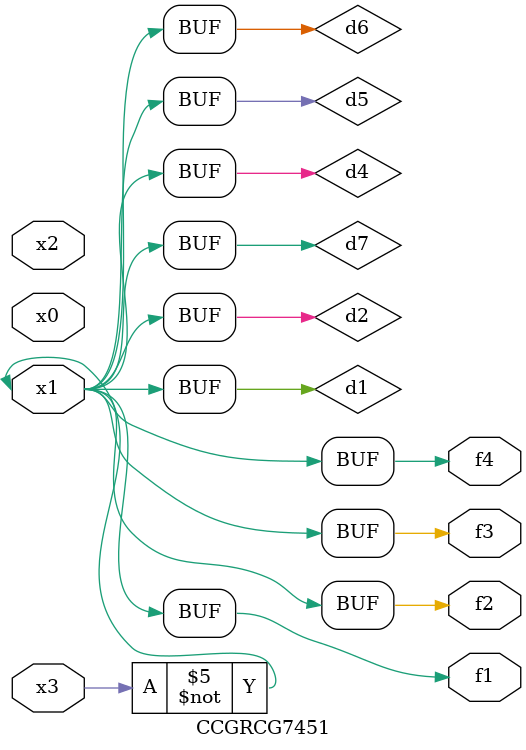
<source format=v>
module CCGRCG7451(
	input x0, x1, x2, x3,
	output f1, f2, f3, f4
);

	wire d1, d2, d3, d4, d5, d6, d7;

	not (d1, x3);
	buf (d2, x1);
	xnor (d3, d1, d2);
	nor (d4, d1);
	buf (d5, d1, d2);
	buf (d6, d4, d5);
	nand (d7, d4);
	assign f1 = d6;
	assign f2 = d7;
	assign f3 = d6;
	assign f4 = d6;
endmodule

</source>
